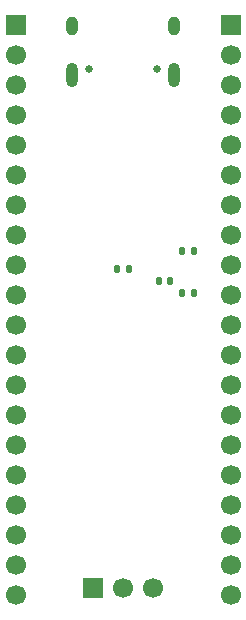
<source format=gbr>
%TF.GenerationSoftware,KiCad,Pcbnew,9.0.6+dfsg-1*%
%TF.CreationDate,2025-11-20T13:37:38+09:00*%
%TF.ProjectId,hiraboard,68697261-626f-4617-9264-2e6b69636164,rev?*%
%TF.SameCoordinates,Original*%
%TF.FileFunction,Soldermask,Bot*%
%TF.FilePolarity,Negative*%
%FSLAX46Y46*%
G04 Gerber Fmt 4.6, Leading zero omitted, Abs format (unit mm)*
G04 Created by KiCad (PCBNEW 9.0.6+dfsg-1) date 2025-11-20 13:37:38*
%MOMM*%
%LPD*%
G01*
G04 APERTURE LIST*
G04 Aperture macros list*
%AMRoundRect*
0 Rectangle with rounded corners*
0 $1 Rounding radius*
0 $2 $3 $4 $5 $6 $7 $8 $9 X,Y pos of 4 corners*
0 Add a 4 corners polygon primitive as box body*
4,1,4,$2,$3,$4,$5,$6,$7,$8,$9,$2,$3,0*
0 Add four circle primitives for the rounded corners*
1,1,$1+$1,$2,$3*
1,1,$1+$1,$4,$5*
1,1,$1+$1,$6,$7*
1,1,$1+$1,$8,$9*
0 Add four rect primitives between the rounded corners*
20,1,$1+$1,$2,$3,$4,$5,0*
20,1,$1+$1,$4,$5,$6,$7,0*
20,1,$1+$1,$6,$7,$8,$9,0*
20,1,$1+$1,$8,$9,$2,$3,0*%
G04 Aperture macros list end*
%ADD10C,1.700000*%
%ADD11R,1.700000X1.700000*%
%ADD12C,0.650000*%
%ADD13O,1.000000X2.100000*%
%ADD14O,1.000000X1.600000*%
%ADD15RoundRect,0.140000X-0.140000X-0.170000X0.140000X-0.170000X0.140000X0.170000X-0.140000X0.170000X0*%
G04 APERTURE END LIST*
D10*
%TO.C,J2*%
X191439678Y-124591419D03*
X191439678Y-122051419D03*
X191439678Y-119511419D03*
X191439678Y-116971419D03*
X191439678Y-114431419D03*
X191439678Y-111891419D03*
X191439678Y-109351419D03*
X191439678Y-106811419D03*
X191439678Y-104271419D03*
X191439678Y-101731419D03*
X191439678Y-99191419D03*
X191439678Y-96651419D03*
X191439678Y-94111419D03*
X191439678Y-91571419D03*
X191439678Y-89031419D03*
X191439678Y-86491419D03*
X191439678Y-83951419D03*
X191439678Y-81411419D03*
X191439678Y-78871419D03*
D11*
X191439678Y-76331419D03*
%TD*%
D10*
%TO.C,J3*%
X209627987Y-124604160D03*
X209627987Y-122064160D03*
X209627987Y-119524160D03*
X209627987Y-116984160D03*
X209627987Y-114444160D03*
X209627987Y-111904160D03*
X209627987Y-109364160D03*
X209627987Y-106824160D03*
X209627987Y-104284160D03*
X209627987Y-101744160D03*
X209627987Y-99204160D03*
X209627987Y-96664160D03*
X209627987Y-94124160D03*
X209627987Y-91584160D03*
X209627987Y-89044160D03*
X209627987Y-86504160D03*
X209627987Y-83964160D03*
X209627987Y-81424160D03*
X209627987Y-78884160D03*
D11*
X209627987Y-76344160D03*
%TD*%
%TO.C,J4*%
X197960000Y-124000000D03*
D10*
X200500000Y-124000000D03*
X203040000Y-124000000D03*
%TD*%
D12*
%TO.C,J1*%
X203390000Y-80055000D03*
X197610000Y-80055000D03*
D13*
X204820000Y-80585000D03*
D14*
X204820000Y-76405000D03*
D13*
X196180000Y-80585000D03*
D14*
X196180000Y-76405000D03*
%TD*%
D15*
%TO.C,C4*%
X205520000Y-95500000D03*
X206480000Y-95500000D03*
%TD*%
%TO.C,C5*%
X200020000Y-97000000D03*
X200980000Y-97000000D03*
%TD*%
%TO.C,C3*%
X205520000Y-99000000D03*
X206480000Y-99000000D03*
%TD*%
%TO.C,C16*%
X203520000Y-98000000D03*
X204480000Y-98000000D03*
%TD*%
M02*

</source>
